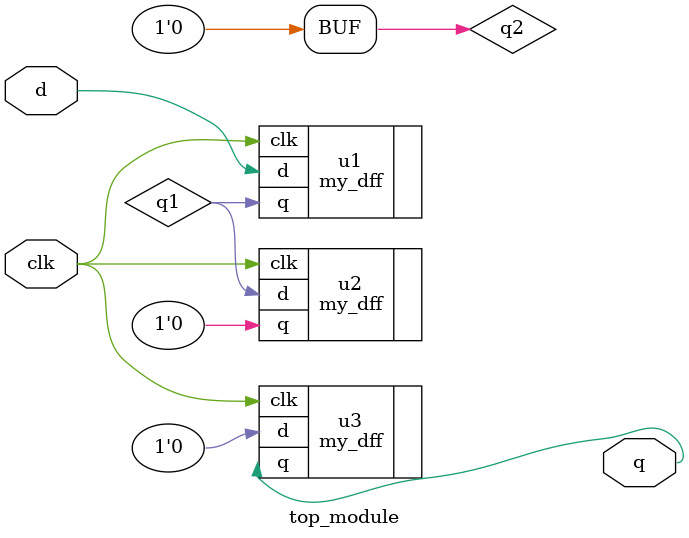
<source format=v>
module top_module ( input clk, input d, output q );
    reg q1, q2 = 1'b0;
    my_dff u1 (.clk(clk), .d(d), .q(q1));
    my_dff u2 (.clk(clk), .d(q1), .q(q2));
    my_dff u3 (.clk(clk), .d(q2), .q(q));
endmodule

</source>
